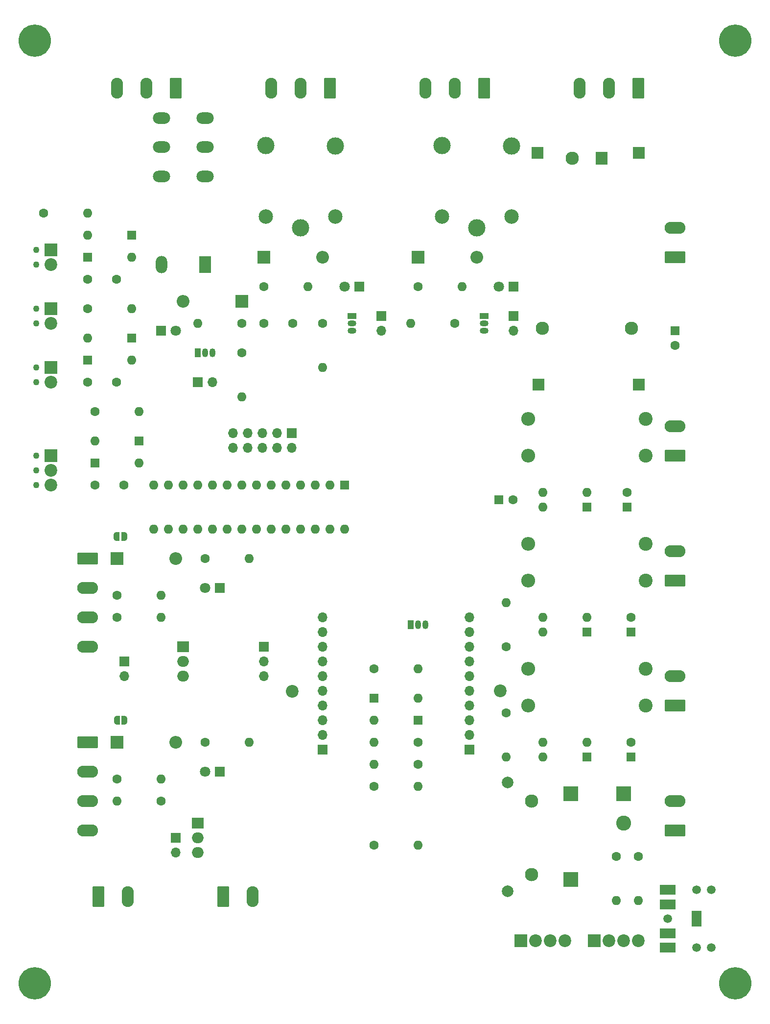
<source format=gbr>
%TF.GenerationSoftware,KiCad,Pcbnew,6.0.1-79c1e3a40b~116~ubuntu20.04.1*%
%TF.CreationDate,2022-01-16T20:57:59+01:00*%
%TF.ProjectId,NodeStandard,4e6f6465-5374-4616-9e64-6172642e6b69,V3.0*%
%TF.SameCoordinates,Original*%
%TF.FileFunction,Soldermask,Top*%
%TF.FilePolarity,Negative*%
%FSLAX46Y46*%
G04 Gerber Fmt 4.6, Leading zero omitted, Abs format (unit mm)*
G04 Created by KiCad (PCBNEW 6.0.1-79c1e3a40b~116~ubuntu20.04.1) date 2022-01-16 20:57:59*
%MOMM*%
%LPD*%
G01*
G04 APERTURE LIST*
G04 Aperture macros list*
%AMRoundRect*
0 Rectangle with rounded corners*
0 $1 Rounding radius*
0 $2 $3 $4 $5 $6 $7 $8 $9 X,Y pos of 4 corners*
0 Add a 4 corners polygon primitive as box body*
4,1,4,$2,$3,$4,$5,$6,$7,$8,$9,$2,$3,0*
0 Add four circle primitives for the rounded corners*
1,1,$1+$1,$2,$3*
1,1,$1+$1,$4,$5*
1,1,$1+$1,$6,$7*
1,1,$1+$1,$8,$9*
0 Add four rect primitives between the rounded corners*
20,1,$1+$1,$2,$3,$4,$5,0*
20,1,$1+$1,$4,$5,$6,$7,0*
20,1,$1+$1,$6,$7,$8,$9,0*
20,1,$1+$1,$8,$9,$2,$3,0*%
%AMFreePoly0*
4,1,22,0.500000,-0.750000,0.000000,-0.750000,0.000000,-0.745033,-0.079941,-0.743568,-0.215256,-0.701293,-0.333266,-0.622738,-0.424486,-0.514219,-0.481581,-0.384460,-0.499164,-0.250000,-0.500000,-0.250000,-0.500000,0.250000,-0.499164,0.250000,-0.499963,0.256109,-0.478152,0.396186,-0.417904,0.524511,-0.324060,0.630769,-0.204165,0.706417,-0.067858,0.745374,0.000000,0.744959,0.000000,0.750000,
0.500000,0.750000,0.500000,-0.750000,0.500000,-0.750000,$1*%
%AMFreePoly1*
4,1,20,0.000000,0.744959,0.073905,0.744508,0.209726,0.703889,0.328688,0.626782,0.421226,0.519385,0.479903,0.390333,0.500000,0.250000,0.500000,-0.250000,0.499851,-0.262216,0.476331,-0.402017,0.414519,-0.529596,0.319384,-0.634700,0.198574,-0.708877,0.061801,-0.746166,0.000000,-0.745033,0.000000,-0.750000,-0.500000,-0.750000,-0.500000,0.750000,0.000000,0.750000,0.000000,0.744959,
0.000000,0.744959,$1*%
G04 Aperture macros list end*
%ADD10R,2.800000X1.800000*%
%ADD11R,1.800000X2.800000*%
%ADD12C,1.500000*%
%ADD13C,1.600000*%
%ADD14R,2.200000X2.200000*%
%ADD15O,2.200000X2.200000*%
%ADD16R,1.800000X1.800000*%
%ADD17C,1.800000*%
%ADD18R,1.600000X1.600000*%
%ADD19O,1.600000X1.600000*%
%ADD20R,1.700000X1.700000*%
%ADD21O,1.700000X1.700000*%
%ADD22RoundRect,0.249999X1.550001X-0.790001X1.550001X0.790001X-1.550001X0.790001X-1.550001X-0.790001X0*%
%ADD23O,3.600000X2.080000*%
%ADD24R,2.600000X2.600000*%
%ADD25C,2.600000*%
%ADD26C,2.200000*%
%ADD27RoundRect,0.249999X0.790001X1.550001X-0.790001X1.550001X-0.790001X-1.550001X0.790001X-1.550001X0*%
%ADD28O,2.080000X3.600000*%
%ADD29C,1.100000*%
%ADD30RoundRect,0.249999X-1.550001X0.790001X-1.550001X-0.790001X1.550001X-0.790001X1.550001X0.790001X0*%
%ADD31RoundRect,0.249999X-0.790001X-1.550001X0.790001X-1.550001X0.790001X1.550001X-0.790001X1.550001X0*%
%ADD32FreePoly0,180.000000*%
%ADD33FreePoly1,180.000000*%
%ADD34C,3.000000*%
%ADD35C,2.500000*%
%ADD36O,3.000000X2.000000*%
%ADD37R,2.000000X3.000000*%
%ADD38O,2.000000X3.000000*%
%ADD39C,2.300000*%
%ADD40R,2.000000X2.300000*%
%ADD41R,1.500000X1.050000*%
%ADD42O,1.500000X1.050000*%
%ADD43R,2.000000X1.905000*%
%ADD44O,2.000000X1.905000*%
%ADD45R,1.050000X1.500000*%
%ADD46O,1.050000X1.500000*%
%ADD47C,2.400000*%
%ADD48O,2.400000X2.400000*%
%ADD49C,5.600000*%
%ADD50R,2.000000X2.000000*%
%ADD51R,2.500000X2.500000*%
%ADD52C,2.000000*%
G04 APERTURE END LIST*
D10*
%TO.C,J2*%
X139115000Y-179665000D03*
X139115000Y-174665000D03*
X139115000Y-182165000D03*
X139115000Y-172165000D03*
D11*
X144115000Y-177165000D03*
D12*
X146615000Y-172165000D03*
X146615000Y-182165000D03*
X144115000Y-182165000D03*
X144115000Y-172165000D03*
X139115000Y-177165000D03*
%TD*%
D13*
%TO.C,C7*%
X40005000Y-102235000D03*
X45005000Y-102235000D03*
%TD*%
%TO.C,C6*%
X38735000Y-84455000D03*
X43735000Y-84455000D03*
%TD*%
%TO.C,C5*%
X38735000Y-66675000D03*
X43735000Y-66675000D03*
%TD*%
%TO.C,C9*%
X69215000Y-74295000D03*
X74215000Y-74295000D03*
%TD*%
D14*
%TO.C,D5*%
X95885000Y-62865000D03*
D15*
X106045000Y-62865000D03*
%TD*%
D16*
%TO.C,D4*%
X85725000Y-67945000D03*
D17*
X83185000Y-67945000D03*
%TD*%
D16*
%TO.C,D3*%
X112395000Y-67945000D03*
D17*
X109855000Y-67945000D03*
%TD*%
D14*
%TO.C,D6*%
X69215000Y-62865000D03*
D15*
X79375000Y-62865000D03*
%TD*%
D16*
%TO.C,D13*%
X61595000Y-151765000D03*
D17*
X59055000Y-151765000D03*
%TD*%
D16*
%TO.C,D14*%
X61595000Y-120015000D03*
D17*
X59055000Y-120015000D03*
%TD*%
D14*
%TO.C,D15*%
X43815000Y-146685000D03*
D15*
X53975000Y-146685000D03*
%TD*%
D14*
%TO.C,D16*%
X43815000Y-114935000D03*
D15*
X53975000Y-114935000D03*
%TD*%
D18*
%TO.C,D1*%
X95885000Y-142875000D03*
D19*
X88265000Y-142875000D03*
%TD*%
D18*
%TO.C,D2*%
X88265000Y-139065000D03*
D19*
X95885000Y-139065000D03*
%TD*%
D18*
%TO.C,D7*%
X47625000Y-94615000D03*
D19*
X40005000Y-94615000D03*
%TD*%
D18*
%TO.C,D8*%
X40005000Y-98425000D03*
D19*
X47625000Y-98425000D03*
%TD*%
D18*
%TO.C,D9*%
X46355000Y-76835000D03*
D19*
X38735000Y-76835000D03*
%TD*%
D18*
%TO.C,D10*%
X38735000Y-80645000D03*
D19*
X46355000Y-80645000D03*
%TD*%
D18*
%TO.C,D11*%
X46355000Y-59055000D03*
D19*
X38735000Y-59055000D03*
%TD*%
D18*
%TO.C,D12*%
X38735000Y-62865000D03*
D19*
X46355000Y-62865000D03*
%TD*%
D16*
%TO.C,D17*%
X51435000Y-75565000D03*
D17*
X53975000Y-75565000D03*
%TD*%
D14*
%TO.C,D18*%
X65405000Y-70485000D03*
D15*
X55245000Y-70485000D03*
%TD*%
D20*
%TO.C,J4*%
X104775000Y-147955000D03*
D21*
X104775000Y-145415000D03*
X104775000Y-142875000D03*
X104775000Y-140335000D03*
X104775000Y-137795000D03*
X104775000Y-135255000D03*
X104775000Y-132715000D03*
X104775000Y-130175000D03*
X104775000Y-127635000D03*
X104775000Y-125095000D03*
%TD*%
D20*
%TO.C,J7*%
X79375000Y-147955000D03*
D21*
X79375000Y-145415000D03*
X79375000Y-142875000D03*
X79375000Y-140335000D03*
X79375000Y-137795000D03*
X79375000Y-135255000D03*
X79375000Y-132715000D03*
X79375000Y-130175000D03*
X79375000Y-127635000D03*
X79375000Y-125095000D03*
%TD*%
D22*
%TO.C,J1*%
X140335000Y-161925000D03*
D23*
X140335000Y-156845000D03*
%TD*%
D24*
%TO.C,J3*%
X131445000Y-155575000D03*
D25*
X131445000Y-160655000D03*
%TD*%
D14*
%TO.C,J5*%
X126365000Y-180975000D03*
D26*
X128905000Y-180975000D03*
X131445000Y-180975000D03*
X133985000Y-180975000D03*
%TD*%
D14*
%TO.C,J6*%
X113665000Y-180975000D03*
D26*
X116205000Y-180975000D03*
X118745000Y-180975000D03*
X121285000Y-180975000D03*
%TD*%
D20*
%TO.C,J9*%
X89535000Y-73025000D03*
D21*
X89535000Y-75565000D03*
%TD*%
D22*
%TO.C,J12*%
X140335000Y-97155000D03*
D23*
X140335000Y-92075000D03*
%TD*%
D27*
%TO.C,J13*%
X133985000Y-33655000D03*
D28*
X128905000Y-33655000D03*
X123825000Y-33655000D03*
%TD*%
D27*
%TO.C,J14*%
X107315000Y-33655000D03*
D28*
X102235000Y-33655000D03*
X97155000Y-33655000D03*
%TD*%
D22*
%TO.C,J10*%
X140335000Y-140335000D03*
D23*
X140335000Y-135255000D03*
%TD*%
D22*
%TO.C,J11*%
X140335000Y-118745000D03*
D23*
X140335000Y-113665000D03*
%TD*%
D29*
%TO.C,J17*%
X29845000Y-81915000D03*
X29845000Y-84455000D03*
D14*
X32385000Y-81915000D03*
D26*
X32385000Y-84455000D03*
%TD*%
D29*
%TO.C,J16*%
X29845000Y-74295000D03*
X29845000Y-71755000D03*
D14*
X32385000Y-71755000D03*
D26*
X32385000Y-74295000D03*
%TD*%
D29*
%TO.C,J15*%
X29845000Y-64135000D03*
X29845000Y-61595000D03*
D14*
X32385000Y-61595000D03*
D26*
X32385000Y-64135000D03*
%TD*%
D20*
%TO.C,J18*%
X53975000Y-163195000D03*
D21*
X53975000Y-165735000D03*
%TD*%
D20*
%TO.C,J8*%
X112395000Y-73025000D03*
D21*
X112395000Y-75565000D03*
%TD*%
D20*
%TO.C,J19*%
X45085000Y-132715000D03*
D21*
X45085000Y-135255000D03*
%TD*%
D30*
%TO.C,J20*%
X38735000Y-146685000D03*
D23*
X38735000Y-151765000D03*
X38735000Y-156845000D03*
X38735000Y-161925000D03*
%TD*%
D30*
%TO.C,J21*%
X38735000Y-114935000D03*
D23*
X38735000Y-120015000D03*
X38735000Y-125095000D03*
X38735000Y-130175000D03*
%TD*%
D22*
%TO.C,J25*%
X140335000Y-62865000D03*
D23*
X140335000Y-57785000D03*
%TD*%
D31*
%TO.C,J26*%
X62230000Y-173355000D03*
D28*
X67310000Y-173355000D03*
%TD*%
D31*
%TO.C,J27*%
X40640000Y-173355000D03*
D28*
X45720000Y-173355000D03*
%TD*%
D20*
%TO.C,J22*%
X57785000Y-84455000D03*
D21*
X60325000Y-84455000D03*
%TD*%
D27*
%TO.C,J23*%
X80645000Y-33655000D03*
D28*
X75565000Y-33655000D03*
X70485000Y-33655000D03*
%TD*%
D27*
%TO.C,J24*%
X53975000Y-33655000D03*
D28*
X48895000Y-33655000D03*
X43815000Y-33655000D03*
%TD*%
D32*
%TO.C,JP6*%
X45115000Y-142875000D03*
D33*
X43815000Y-142875000D03*
%TD*%
D32*
%TO.C,JP7*%
X45085000Y-111125000D03*
D33*
X43785000Y-111125000D03*
%TD*%
D34*
%TO.C,K1*%
X106045000Y-57785000D03*
D35*
X112095000Y-55835000D03*
D34*
X112095000Y-43635000D03*
X100045000Y-43585000D03*
D35*
X100095000Y-55835000D03*
%TD*%
D34*
%TO.C,K2*%
X75565000Y-57785000D03*
D35*
X81615000Y-55835000D03*
D34*
X81615000Y-43635000D03*
X69565000Y-43585000D03*
D35*
X69615000Y-55835000D03*
%TD*%
D36*
%TO.C,K3*%
X59055000Y-43835000D03*
X59055000Y-48875000D03*
X59055000Y-38795000D03*
X51555000Y-43835000D03*
X51555000Y-48875000D03*
X51555000Y-38795000D03*
D37*
X59055000Y-64135000D03*
D38*
X51555000Y-64135000D03*
%TD*%
D39*
%TO.C,L1*%
X115570000Y-169545000D03*
X115570000Y-156845000D03*
%TD*%
D18*
%TO.C,OK1*%
X125095000Y-149225000D03*
D19*
X125095000Y-146685000D03*
X117475000Y-146685000D03*
X117475000Y-149225000D03*
%TD*%
D18*
%TO.C,OK2*%
X125095000Y-127635000D03*
D19*
X125095000Y-125095000D03*
X117475000Y-125095000D03*
X117475000Y-127635000D03*
%TD*%
D18*
%TO.C,OK3*%
X125095000Y-106045000D03*
D19*
X125095000Y-103505000D03*
X117475000Y-103505000D03*
X117475000Y-106045000D03*
%TD*%
D40*
%TO.C,PS1*%
X127635000Y-45720000D03*
D39*
X122635000Y-45720000D03*
X132835000Y-75120000D03*
X117435000Y-75120000D03*
%TD*%
D41*
%TO.C,Q2*%
X84455000Y-73025000D03*
D42*
X84455000Y-74295000D03*
X84455000Y-75565000D03*
%TD*%
D41*
%TO.C,Q1*%
X107315000Y-73025000D03*
D42*
X107315000Y-74295000D03*
X107315000Y-75565000D03*
%TD*%
D43*
%TO.C,Q3*%
X57785000Y-160655000D03*
D44*
X57785000Y-163195000D03*
X57785000Y-165735000D03*
%TD*%
D43*
%TO.C,Q4*%
X55245000Y-130175000D03*
D44*
X55245000Y-132715000D03*
X55245000Y-135255000D03*
%TD*%
D45*
%TO.C,Q5*%
X57785000Y-79375000D03*
D46*
X59055000Y-79375000D03*
X60325000Y-79375000D03*
%TD*%
D13*
%TO.C,R1*%
X130175000Y-166370000D03*
D19*
X130175000Y-173990000D03*
%TD*%
D13*
%TO.C,R2*%
X95885000Y-146685000D03*
D19*
X88265000Y-146685000D03*
%TD*%
D13*
%TO.C,R21*%
X40005000Y-89535000D03*
D19*
X47625000Y-89535000D03*
%TD*%
D13*
%TO.C,R4*%
X95885000Y-150495000D03*
D19*
X88265000Y-150495000D03*
%TD*%
D13*
%TO.C,R5*%
X88265000Y-154305000D03*
D19*
X95885000Y-154305000D03*
%TD*%
D47*
%TO.C,R14*%
X135255000Y-133985000D03*
D48*
X114935000Y-133985000D03*
%TD*%
D47*
%TO.C,R13*%
X135255000Y-140335000D03*
D48*
X114935000Y-140335000D03*
%TD*%
D47*
%TO.C,R16*%
X135255000Y-112395000D03*
D48*
X114935000Y-112395000D03*
%TD*%
D47*
%TO.C,R15*%
X135255000Y-118745000D03*
D48*
X114935000Y-118745000D03*
%TD*%
D13*
%TO.C,R11*%
X95885000Y-67945000D03*
D19*
X103505000Y-67945000D03*
%TD*%
D13*
%TO.C,R9*%
X102235000Y-74295000D03*
D19*
X94615000Y-74295000D03*
%TD*%
D13*
%TO.C,R6*%
X133985000Y-166370000D03*
D19*
X133985000Y-173990000D03*
%TD*%
D13*
%TO.C,R10*%
X79375000Y-74295000D03*
D19*
X79375000Y-81915000D03*
%TD*%
D13*
%TO.C,R12*%
X69215000Y-67945000D03*
D19*
X76835000Y-67945000D03*
%TD*%
D47*
%TO.C,R17*%
X135255000Y-97155000D03*
D48*
X114935000Y-97155000D03*
%TD*%
D47*
%TO.C,R18*%
X135255000Y-90805000D03*
D48*
X114935000Y-90805000D03*
%TD*%
D13*
%TO.C,R22*%
X43815000Y-153035000D03*
D19*
X51435000Y-153035000D03*
%TD*%
D13*
%TO.C,R23*%
X43815000Y-121285000D03*
D19*
X51435000Y-121285000D03*
%TD*%
D13*
%TO.C,R20*%
X38735000Y-71755000D03*
D19*
X46355000Y-71755000D03*
%TD*%
D13*
%TO.C,R19*%
X31115000Y-55245000D03*
D19*
X38735000Y-55245000D03*
%TD*%
D13*
%TO.C,R24*%
X51435000Y-156845000D03*
D19*
X43815000Y-156845000D03*
%TD*%
D13*
%TO.C,R25*%
X43815000Y-125095000D03*
D19*
X51435000Y-125095000D03*
%TD*%
D13*
%TO.C,R26*%
X59055000Y-146685000D03*
D19*
X66675000Y-146685000D03*
%TD*%
D13*
%TO.C,R27*%
X59055000Y-114935000D03*
D19*
X66675000Y-114935000D03*
%TD*%
D13*
%TO.C,R3*%
X88265000Y-164465000D03*
D19*
X95885000Y-164465000D03*
%TD*%
D13*
%TO.C,R7*%
X111125000Y-141605000D03*
D19*
X111125000Y-149225000D03*
%TD*%
D13*
%TO.C,R8*%
X111125000Y-130175000D03*
D19*
X111125000Y-122555000D03*
%TD*%
D13*
%TO.C,R28*%
X65405000Y-79375000D03*
D19*
X65405000Y-86995000D03*
%TD*%
D13*
%TO.C,R29*%
X65405000Y-74295000D03*
D19*
X57785000Y-74295000D03*
%TD*%
D18*
%TO.C,U1*%
X83185000Y-102235000D03*
D19*
X80645000Y-102235000D03*
X78105000Y-102235000D03*
X75565000Y-102235000D03*
X73025000Y-102235000D03*
X70485000Y-102235000D03*
X67945000Y-102235000D03*
X65405000Y-102235000D03*
X62865000Y-102235000D03*
X60325000Y-102235000D03*
X57785000Y-102235000D03*
X55245000Y-102235000D03*
X52705000Y-102235000D03*
X50165000Y-102235000D03*
X50165000Y-109855000D03*
X52705000Y-109855000D03*
X55245000Y-109855000D03*
X57785000Y-109855000D03*
X60325000Y-109855000D03*
X62865000Y-109855000D03*
X65405000Y-109855000D03*
X67945000Y-109855000D03*
X70485000Y-109855000D03*
X73025000Y-109855000D03*
X75565000Y-109855000D03*
X78105000Y-109855000D03*
X80645000Y-109855000D03*
X83185000Y-109855000D03*
%TD*%
D29*
%TO.C,J28*%
X29845000Y-97155000D03*
X29845000Y-99695000D03*
X29845000Y-102235000D03*
D14*
X32385000Y-97155000D03*
D26*
X32385000Y-99695000D03*
X32385000Y-102235000D03*
%TD*%
D20*
%TO.C,J29*%
X69215000Y-130175000D03*
D21*
X69215000Y-132715000D03*
X69215000Y-135255000D03*
%TD*%
D49*
%TO.C,REF\u002A\u002A*%
X29591000Y-25400000D03*
%TD*%
%TO.C,REF\u002A\u002A*%
X150812500Y-25400000D03*
%TD*%
%TO.C,REF\u002A\u002A*%
X29591000Y-188341000D03*
%TD*%
%TO.C,REF\u002A\u002A*%
X150812500Y-188341000D03*
%TD*%
D26*
%TO.C,REF\u002A\u002A*%
X74168000Y-137858500D03*
%TD*%
%TO.C,REF\u002A\u002A*%
X110109000Y-137795000D03*
%TD*%
D45*
%TO.C,Q6*%
X94615000Y-126365000D03*
D46*
X95885000Y-126365000D03*
X97155000Y-126365000D03*
%TD*%
D13*
%TO.C,R30*%
X88265000Y-133985000D03*
D19*
X95885000Y-133985000D03*
%TD*%
D50*
%TO.C,LM2596IN+1*%
X134086000Y-44831000D03*
%TD*%
%TO.C,LM2596IN-1*%
X116586000Y-44831000D03*
%TD*%
%TO.C,LM2596Out+1*%
X134086000Y-84831000D03*
%TD*%
%TO.C,LM2596Out-1*%
X116713000Y-84831000D03*
%TD*%
D51*
%TO.C,TP5*%
X122380000Y-170375000D03*
%TD*%
%TO.C,TP6*%
X122380000Y-155575000D03*
%TD*%
D52*
%TO.C,REF\u002A\u002A*%
X111380000Y-153615000D03*
%TD*%
%TO.C,REF\u002A\u002A*%
X111380000Y-172375000D03*
%TD*%
D18*
%TO.C,C3*%
X132740400Y-127623580D03*
D13*
X132740400Y-125123580D03*
%TD*%
D18*
%TO.C,C8*%
X140360400Y-75576421D03*
D13*
X140360400Y-78076421D03*
%TD*%
D18*
%TO.C,C4*%
X132080000Y-106033580D03*
D13*
X132080000Y-103533580D03*
%TD*%
D18*
%TO.C,C2*%
X132715000Y-149213580D03*
D13*
X132715000Y-146713580D03*
%TD*%
D18*
%TO.C,C1*%
X109866421Y-104775000D03*
D13*
X112366421Y-104775000D03*
%TD*%
D20*
%TO.C,J30*%
X74061400Y-93263800D03*
D21*
X74061400Y-95803800D03*
X71521400Y-93263800D03*
X71521400Y-95803800D03*
X68981400Y-93263800D03*
X68981400Y-95803800D03*
X66441400Y-93263800D03*
X66441400Y-95803800D03*
X63901400Y-93263800D03*
X63901400Y-95803800D03*
%TD*%
M02*

</source>
